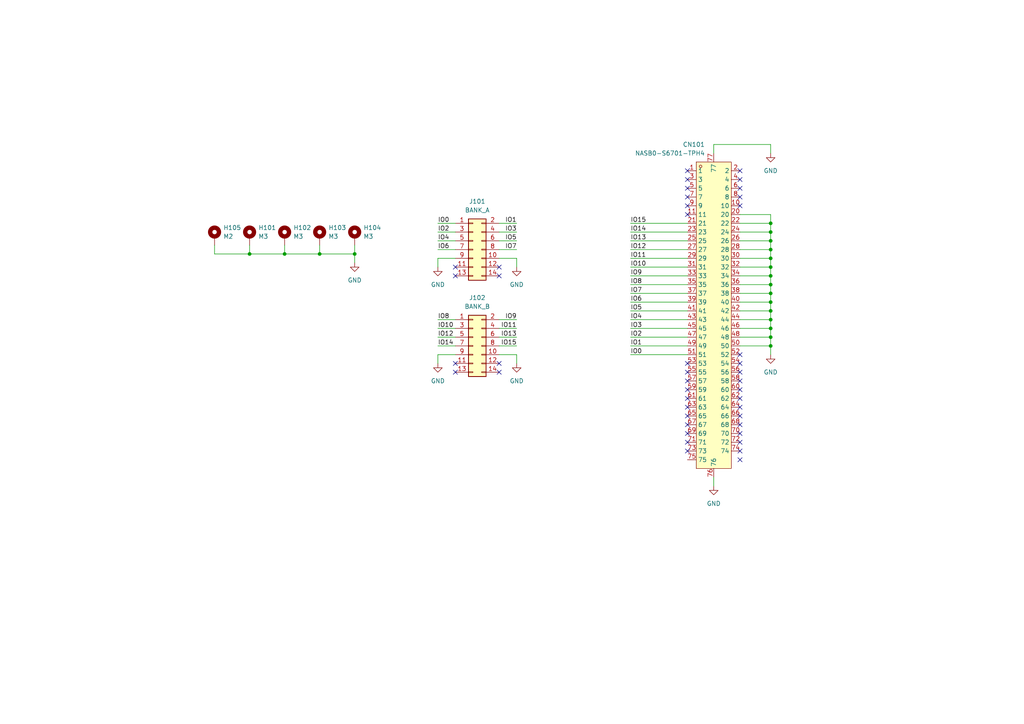
<source format=kicad_sch>
(kicad_sch (version 20230121) (generator eeschema)
  (paper "A4")
  (lib_symbols
    (symbol "Connector_Generic:Conn_02x07_Odd_Even" (pin_names (offset 1.016) hide)
      (property "Reference" "J" (at 1.27 10.16 0))
      (property "Value" "Conn_02x07_Odd_Even" (at 1.27 -10.16 0))
      (symbol "Conn_02x07_Odd_Even_1_1"
        (rectangle (start -1.27 -7.493) (end 0 -7.747) (stroke (width 0.1524)))
        (rectangle (start -1.27 -4.953) (end 0 -5.207) (stroke (width 0.1524)))
        (rectangle (start -1.27 -2.413) (end 0 -2.667) (stroke (width 0.1524)))
        (rectangle (start -1.27 0.127) (end 0 -0.127) (stroke (width 0.1524)))
        (rectangle (start -1.27 2.667) (end 0 2.413) (stroke (width 0.1524)))
        (rectangle (start -1.27 5.207) (end 0 4.953) (stroke (width 0.1524)))
        (rectangle (start -1.27 7.747) (end 0 7.493) (stroke (width 0.1524)))
        (rectangle (start -1.27 8.89) (end 3.81 -8.89) (stroke (width 0.254)) (fill (type background)))
        (rectangle (start 3.81 -7.493) (end 2.54 -7.747) (stroke (width 0.1524)))
        (rectangle (start 3.81 -4.953) (end 2.54 -5.207) (stroke (width 0.1524)))
        (rectangle (start 3.81 -2.413) (end 2.54 -2.667) (stroke (width 0.1524)))
        (rectangle (start 3.81 0.127) (end 2.54 -0.127) (stroke (width 0.1524)))
        (rectangle (start 3.81 2.667) (end 2.54 2.413) (stroke (width 0.1524)))
        (rectangle (start 3.81 5.207) (end 2.54 4.953) (stroke (width 0.1524)))
        (rectangle (start 3.81 7.747) (end 2.54 7.493) (stroke (width 0.1524)))
        (pin passive line (at -5.08 7.62 0) (length 3.81) (name "Pin_1") (number "1"))
        (pin passive line (at 7.62 -2.54 180) (length 3.81) (name "Pin_10") (number "10"))
        (pin passive line (at -5.08 -5.08 0) (length 3.81) (name "Pin_11") (number "11"))
        (pin passive line (at 7.62 -5.08 180) (length 3.81) (name "Pin_12") (number "12"))
        (pin passive line (at -5.08 -7.62 0) (length 3.81) (name "Pin_13") (number "13"))
        (pin passive line (at 7.62 -7.62 180) (length 3.81) (name "Pin_14") (number "14"))
        (pin passive line (at 7.62 7.62 180) (length 3.81) (name "Pin_2") (number "2"))
        (pin passive line (at -5.08 5.08 0) (length 3.81) (name "Pin_3") (number "3"))
        (pin passive line (at 7.62 5.08 180) (length 3.81) (name "Pin_4") (number "4"))
        (pin passive line (at -5.08 2.54 0) (length 3.81) (name "Pin_5") (number "5"))
        (pin passive line (at 7.62 2.54 180) (length 3.81) (name "Pin_6") (number "6"))
        (pin passive line (at -5.08 0 0) (length 3.81) (name "Pin_7") (number "7"))
        (pin passive line (at 7.62 0 180) (length 3.81) (name "Pin_8") (number "8"))
        (pin passive line (at -5.08 -2.54 0) (length 3.81) (name "Pin_9") (number "9"))
      )
    )
    (symbol "Mechanical:MountingHole_Pad" (pin_numbers hide) (pin_names (offset 1.016) hide)
      (property "Reference" "H" (at 0 6.35 0))
      (property "Value" "MountingHole_Pad" (at 0 4.445 0))
      (symbol "MountingHole_Pad_0_1"
        (circle (center 0 1.27) (radius 1.27) (stroke (width 1.27)))
      )
      (symbol "MountingHole_Pad_1_1"
        (pin input line (at 0 -2.54 90) (length 2.54) (name "1") (number "1"))
      )
    )
    (symbol "easyeda2kicad:NASB0-S6701-TPH4"
      (property "Reference" "CN" (at 0 53.34 0))
      (property "Value" "NASB0-S6701-TPH4" (at 0 -50.8 0))
      (symbol "NASB0-S6701-TPH4_0_1"
        (rectangle (start -5.08 45.72) (end 5.08 -43.18) (fill (type background)))
        (circle (center -3.81 44.45) (radius 0.38))
        (pin unspecified line (at -7.62 43.18 0) (length 2.54) (name "1") (number "1"))
        (pin unspecified line (at 7.62 33.02 180) (length 2.54) (name "10") (number "10"))
        (pin unspecified line (at -7.62 30.48 0) (length 2.54) (name "11") (number "11"))
        (pin unspecified line (at 7.62 43.18 180) (length 2.54) (name "2") (number "2"))
        (pin unspecified line (at 7.62 30.48 180) (length 2.54) (name "20") (number "20"))
        (pin unspecified line (at -7.62 27.94 0) (length 2.54) (name "21") (number "21"))
        (pin unspecified line (at 7.62 27.94 180) (length 2.54) (name "22") (number "22"))
        (pin unspecified line (at -7.62 25.4 0) (length 2.54) (name "23") (number "23"))
        (pin unspecified line (at 7.62 25.4 180) (length 2.54) (name "24") (number "24"))
        (pin unspecified line (at -7.62 22.86 0) (length 2.54) (name "25") (number "25"))
        (pin unspecified line (at 7.62 22.86 180) (length 2.54) (name "26") (number "26"))
        (pin unspecified line (at -7.62 20.32 0) (length 2.54) (name "27") (number "27"))
        (pin unspecified line (at 7.62 20.32 180) (length 2.54) (name "28") (number "28"))
        (pin unspecified line (at -7.62 17.78 0) (length 2.54) (name "29") (number "29"))
        (pin unspecified line (at -7.62 40.64 0) (length 2.54) (name "3") (number "3"))
        (pin unspecified line (at 7.62 17.78 180) (length 2.54) (name "30") (number "30"))
        (pin unspecified line (at -7.62 15.24 0) (length 2.54) (name "31") (number "31"))
        (pin unspecified line (at 7.62 15.24 180) (length 2.54) (name "32") (number "32"))
        (pin unspecified line (at -7.62 12.7 0) (length 2.54) (name "33") (number "33"))
        (pin unspecified line (at 7.62 12.7 180) (length 2.54) (name "34") (number "34"))
        (pin unspecified line (at -7.62 10.16 0) (length 2.54) (name "35") (number "35"))
        (pin unspecified line (at 7.62 10.16 180) (length 2.54) (name "36") (number "36"))
        (pin unspecified line (at -7.62 7.62 0) (length 2.54) (name "37") (number "37"))
        (pin unspecified line (at 7.62 7.62 180) (length 2.54) (name "38") (number "38"))
        (pin unspecified line (at -7.62 5.08 0) (length 2.54) (name "39") (number "39"))
        (pin unspecified line (at 7.62 40.64 180) (length 2.54) (name "4") (number "4"))
        (pin unspecified line (at 7.62 5.08 180) (length 2.54) (name "40") (number "40"))
        (pin unspecified line (at -7.62 2.54 0) (length 2.54) (name "41") (number "41"))
        (pin unspecified line (at 7.62 2.54 180) (length 2.54) (name "42") (number "42"))
        (pin unspecified line (at -7.62 0 0) (length 2.54) (name "43") (number "43"))
        (pin unspecified line (at 7.62 0 180) (length 2.54) (name "44") (number "44"))
        (pin unspecified line (at -7.62 -2.54 0) (length 2.54) (name "45") (number "45"))
        (pin unspecified line (at 7.62 -2.54 180) (length 2.54) (name "46") (number "46"))
        (pin unspecified line (at -7.62 -5.08 0) (length 2.54) (name "47") (number "47"))
        (pin unspecified line (at 7.62 -5.08 180) (length 2.54) (name "48") (number "48"))
        (pin unspecified line (at -7.62 -7.62 0) (length 2.54) (name "49") (number "49"))
        (pin unspecified line (at -7.62 38.1 0) (length 2.54) (name "5") (number "5"))
        (pin unspecified line (at 7.62 -7.62 180) (length 2.54) (name "50") (number "50"))
        (pin unspecified line (at -7.62 -10.16 0) (length 2.54) (name "51") (number "51"))
        (pin unspecified line (at 7.62 -10.16 180) (length 2.54) (name "52") (number "52"))
        (pin unspecified line (at -7.62 -12.7 0) (length 2.54) (name "53") (number "53"))
        (pin unspecified line (at 7.62 -12.7 180) (length 2.54) (name "54") (number "54"))
        (pin unspecified line (at -7.62 -15.24 0) (length 2.54) (name "55") (number "55"))
        (pin unspecified line (at 7.62 -15.24 180) (length 2.54) (name "56") (number "56"))
        (pin unspecified line (at -7.62 -17.78 0) (length 2.54) (name "57") (number "57"))
        (pin unspecified line (at 7.62 -17.78 180) (length 2.54) (name "58") (number "58"))
        (pin unspecified line (at -7.62 -20.32 0) (length 2.54) (name "59") (number "59"))
        (pin unspecified line (at 7.62 38.1 180) (length 2.54) (name "6") (number "6"))
        (pin unspecified line (at 7.62 -20.32 180) (length 2.54) (name "60") (number "60"))
        (pin unspecified line (at -7.62 -22.86 0) (length 2.54) (name "61") (number "61"))
        (pin unspecified line (at 7.62 -22.86 180) (length 2.54) (name "62") (number "62"))
        (pin unspecified line (at -7.62 -25.4 0) (length 2.54) (name "63") (number "63"))
        (pin unspecified line (at 7.62 -25.4 180) (length 2.54) (name "64") (number "64"))
        (pin unspecified line (at -7.62 -27.94 0) (length 2.54) (name "65") (number "65"))
        (pin unspecified line (at 7.62 -27.94 180) (length 2.54) (name "66") (number "66"))
        (pin unspecified line (at -7.62 -30.48 0) (length 2.54) (name "67") (number "67"))
        (pin unspecified line (at 7.62 -30.48 180) (length 2.54) (name "68") (number "68"))
        (pin unspecified line (at -7.62 -33.02 0) (length 2.54) (name "69") (number "69"))
        (pin unspecified line (at -7.62 35.56 0) (length 2.54) (name "7") (number "7"))
        (pin unspecified line (at 7.62 -33.02 180) (length 2.54) (name "70") (number "70"))
        (pin unspecified line (at -7.62 -35.56 0) (length 2.54) (name "71") (number "71"))
        (pin unspecified line (at 7.62 -35.56 180) (length 2.54) (name "72") (number "72"))
        (pin unspecified line (at -7.62 -38.1 0) (length 2.54) (name "73") (number "73"))
        (pin unspecified line (at 7.62 -38.1 180) (length 2.54) (name "74") (number "74"))
        (pin unspecified line (at -7.62 -40.64 0) (length 2.54) (name "75") (number "75"))
        (pin unspecified line (at 0 -45.72 90) (length 2.54) (name "76") (number "76"))
        (pin unspecified line (at 0 48.26 270) (length 2.54) (name "77") (number "77"))
        (pin unspecified line (at 7.62 35.56 180) (length 2.54) (name "8") (number "8"))
        (pin unspecified line (at -7.62 33.02 0) (length 2.54) (name "9") (number "9"))
      )
    )
    (symbol "power:GND" (power) (pin_names (offset 0))
      (property "Value" "GND" (at 0 -3.81 0))
      (symbol "GND_0_1"
        (polyline (pts (xy 0 0) (xy 0 -1.27) (xy 1.27 -1.27) (xy 0 -2.54) (xy -1.27 -1.27) (xy 0 -1.27)))
      )
      (symbol "GND_1_1"
        (pin power_in line (at 0 0 270) (length 0) hide (name "GND") (number "1"))
      )
    )
  )
  (junction (at 223.52 64.77))
  (junction (at 223.52 90.17))
  (junction (at 102.87 73.66))
  (junction (at 92.71 73.66))
  (junction (at 223.52 67.31))
  (junction (at 223.52 74.93))
  (junction (at 223.52 85.09))
  (junction (at 82.55 73.66))
  (junction (at 223.52 87.63))
  (junction (at 223.52 77.47))
  (junction (at 223.52 82.55))
  (junction (at 223.52 100.33))
  (junction (at 223.52 92.71))
  (junction (at 223.52 95.25))
  (junction (at 223.52 72.39))
  (junction (at 223.52 80.01))
  (junction (at 223.52 69.85))
  (junction (at 72.39 73.66))
  (junction (at 223.52 97.79))
  (no_connect (at 214.63 52.07))
  (no_connect (at 214.63 120.65))
  (no_connect (at 199.39 113.03))
  (no_connect (at 199.39 118.11))
  (no_connect (at 214.63 54.61))
  (no_connect (at 132.08 105.41))
  (no_connect (at 214.63 59.69))
  (no_connect (at 214.63 57.15))
  (no_connect (at 214.63 102.87))
  (no_connect (at 214.63 125.73))
  (no_connect (at 214.63 105.41))
  (no_connect (at 214.63 107.95))
  (no_connect (at 199.39 123.19))
  (no_connect (at 214.63 115.57))
  (no_connect (at 199.39 115.57))
  (no_connect (at 199.39 52.07))
  (no_connect (at 144.78 77.47))
  (no_connect (at 214.63 118.11))
  (no_connect (at 132.08 80.01))
  (no_connect (at 144.78 107.95))
  (no_connect (at 199.39 130.81))
  (no_connect (at 199.39 59.69))
  (no_connect (at 132.08 107.95))
  (no_connect (at 144.78 105.41))
  (no_connect (at 132.08 77.47))
  (no_connect (at 199.39 120.65))
  (no_connect (at 199.39 105.41))
  (no_connect (at 199.39 125.73))
  (no_connect (at 144.78 80.01))
  (no_connect (at 199.39 107.95))
  (no_connect (at 214.63 110.49))
  (no_connect (at 199.39 110.49))
  (no_connect (at 199.39 128.27))
  (no_connect (at 214.63 49.53))
  (no_connect (at 214.63 133.35))
  (no_connect (at 214.63 123.19))
  (no_connect (at 214.63 130.81))
  (no_connect (at 214.63 113.03))
  (no_connect (at 199.39 49.53))
  (no_connect (at 199.39 62.23))
  (no_connect (at 214.63 128.27))
  (no_connect (at 199.39 57.15))
  (no_connect (at 199.39 54.61))
  (wire (pts (xy 223.52 90.17) (xy 223.52 92.71)))
  (wire (pts (xy 214.63 67.31) (xy 223.52 67.31)))
  (wire (pts (xy 214.63 97.79) (xy 223.52 97.79)))
  (wire (pts (xy 149.86 102.87) (xy 149.86 105.41)))
  (wire (pts (xy 223.52 87.63) (xy 223.52 90.17)))
  (wire (pts (xy 182.88 67.31) (xy 199.39 67.31)))
  (wire (pts (xy 92.71 73.66) (xy 102.87 73.66)))
  (wire (pts (xy 182.88 90.17) (xy 199.39 90.17)))
  (wire (pts (xy 223.52 97.79) (xy 223.52 100.33)))
  (wire (pts (xy 182.88 69.85) (xy 199.39 69.85)))
  (wire (pts (xy 62.23 71.12) (xy 62.23 73.66)))
  (wire (pts (xy 182.88 74.93) (xy 199.39 74.93)))
  (wire (pts (xy 182.88 87.63) (xy 199.39 87.63)))
  (wire (pts (xy 207.01 44.45) (xy 207.01 41.91)))
  (wire (pts (xy 214.63 92.71) (xy 223.52 92.71)))
  (wire (pts (xy 214.63 77.47) (xy 223.52 77.47)))
  (wire (pts (xy 102.87 71.12) (xy 102.87 73.66)))
  (wire (pts (xy 214.63 80.01) (xy 223.52 80.01)))
  (wire (pts (xy 127 74.93) (xy 127 77.47)))
  (wire (pts (xy 214.63 72.39) (xy 223.52 72.39)))
  (wire (pts (xy 127 69.85) (xy 132.08 69.85)))
  (wire (pts (xy 223.52 92.71) (xy 223.52 95.25)))
  (wire (pts (xy 182.88 85.09) (xy 199.39 85.09)))
  (wire (pts (xy 182.88 95.25) (xy 199.39 95.25)))
  (wire (pts (xy 132.08 102.87) (xy 127 102.87)))
  (wire (pts (xy 144.78 97.79) (xy 149.86 97.79)))
  (wire (pts (xy 132.08 74.93) (xy 127 74.93)))
  (wire (pts (xy 207.01 138.43) (xy 207.01 140.97)))
  (wire (pts (xy 72.39 73.66) (xy 82.55 73.66)))
  (wire (pts (xy 144.78 74.93) (xy 149.86 74.93)))
  (wire (pts (xy 144.78 64.77) (xy 149.86 64.77)))
  (wire (pts (xy 127 102.87) (xy 127 105.41)))
  (wire (pts (xy 223.52 69.85) (xy 223.52 72.39)))
  (wire (pts (xy 127 95.25) (xy 132.08 95.25)))
  (wire (pts (xy 182.88 64.77) (xy 199.39 64.77)))
  (wire (pts (xy 182.88 80.01) (xy 199.39 80.01)))
  (wire (pts (xy 207.01 41.91) (xy 223.52 41.91)))
  (wire (pts (xy 149.86 74.93) (xy 149.86 77.47)))
  (wire (pts (xy 214.63 85.09) (xy 223.52 85.09)))
  (wire (pts (xy 182.88 77.47) (xy 199.39 77.47)))
  (wire (pts (xy 214.63 82.55) (xy 223.52 82.55)))
  (wire (pts (xy 182.88 82.55) (xy 199.39 82.55)))
  (wire (pts (xy 214.63 62.23) (xy 223.52 62.23)))
  (wire (pts (xy 92.71 71.12) (xy 92.71 73.66)))
  (wire (pts (xy 214.63 74.93) (xy 223.52 74.93)))
  (wire (pts (xy 223.52 85.09) (xy 223.52 87.63)))
  (wire (pts (xy 182.88 102.87) (xy 199.39 102.87)))
  (wire (pts (xy 214.63 69.85) (xy 223.52 69.85)))
  (wire (pts (xy 82.55 73.66) (xy 92.71 73.66)))
  (wire (pts (xy 144.78 92.71) (xy 149.86 92.71)))
  (wire (pts (xy 223.52 74.93) (xy 223.52 77.47)))
  (wire (pts (xy 144.78 95.25) (xy 149.86 95.25)))
  (wire (pts (xy 223.52 72.39) (xy 223.52 74.93)))
  (wire (pts (xy 182.88 100.33) (xy 199.39 100.33)))
  (wire (pts (xy 223.52 62.23) (xy 223.52 64.77)))
  (wire (pts (xy 127 97.79) (xy 132.08 97.79)))
  (wire (pts (xy 223.52 77.47) (xy 223.52 80.01)))
  (wire (pts (xy 214.63 87.63) (xy 223.52 87.63)))
  (wire (pts (xy 223.52 95.25) (xy 223.52 97.79)))
  (wire (pts (xy 144.78 102.87) (xy 149.86 102.87)))
  (wire (pts (xy 62.23 73.66) (xy 72.39 73.66)))
  (wire (pts (xy 127 100.33) (xy 132.08 100.33)))
  (wire (pts (xy 144.78 100.33) (xy 149.86 100.33)))
  (wire (pts (xy 223.52 64.77) (xy 223.52 67.31)))
  (wire (pts (xy 182.88 92.71) (xy 199.39 92.71)))
  (wire (pts (xy 182.88 72.39) (xy 199.39 72.39)))
  (wire (pts (xy 223.52 80.01) (xy 223.52 82.55)))
  (wire (pts (xy 214.63 64.77) (xy 223.52 64.77)))
  (wire (pts (xy 223.52 82.55) (xy 223.52 85.09)))
  (wire (pts (xy 182.88 97.79) (xy 199.39 97.79)))
  (wire (pts (xy 127 64.77) (xy 132.08 64.77)))
  (wire (pts (xy 144.78 72.39) (xy 149.86 72.39)))
  (wire (pts (xy 214.63 90.17) (xy 223.52 90.17)))
  (wire (pts (xy 144.78 69.85) (xy 149.86 69.85)))
  (wire (pts (xy 144.78 67.31) (xy 149.86 67.31)))
  (wire (pts (xy 127 92.71) (xy 132.08 92.71)))
  (wire (pts (xy 223.52 67.31) (xy 223.52 69.85)))
  (wire (pts (xy 102.87 73.66) (xy 102.87 76.2)))
  (wire (pts (xy 127 72.39) (xy 132.08 72.39)))
  (wire (pts (xy 214.63 95.25) (xy 223.52 95.25)))
  (wire (pts (xy 214.63 100.33) (xy 223.52 100.33)))
  (wire (pts (xy 82.55 71.12) (xy 82.55 73.66)))
  (wire (pts (xy 223.52 100.33) (xy 223.52 102.87)))
  (wire (pts (xy 72.39 71.12) (xy 72.39 73.66)))
  (wire (pts (xy 223.52 41.91) (xy 223.52 44.45)))
  (wire (pts (xy 127 67.31) (xy 132.08 67.31)))
  (label "IO13" (at 149.86 97.79 180))
  (label "IO10" (at 182.88 77.47 0))
  (label "IO10" (at 127 95.25 0))
  (label "IO14" (at 182.88 67.31 0))
  (label "IO11" (at 149.86 95.25 180))
  (label "IO1" (at 182.88 100.33 0))
  (label "IO13" (at 182.88 69.85 0))
  (label "IO3" (at 182.88 95.25 0))
  (label "IO11" (at 182.88 74.93 0))
  (label "IO7" (at 182.88 85.09 0))
  (label "IO5" (at 149.86 69.85 180))
  (label "IO3" (at 149.86 67.31 180))
  (label "IO7" (at 149.86 72.39 180))
  (label "IO6" (at 182.88 87.63 0))
  (label "IO0" (at 127 64.77 0))
  (label "IO4" (at 127 69.85 0))
  (label "IO9" (at 182.88 80.01 0))
  (label "IO15" (at 182.88 64.77 0))
  (label "IO2" (at 127 67.31 0))
  (label "IO1" (at 149.86 64.77 180))
  (label "IO14" (at 127 100.33 0))
  (label "IO15" (at 149.86 100.33 180))
  (label "IO12" (at 182.88 72.39 0))
  (label "IO12" (at 127 97.79 0))
  (label "IO9" (at 149.86 92.71 180))
  (label "IO0" (at 182.88 102.87 0))
  (label "IO2" (at 182.88 97.79 0))
  (label "IO8" (at 182.88 82.55 0))
  (label "IO8" (at 127 92.71 0))
  (label "IO5" (at 182.88 90.17 0))
  (label "IO4" (at 182.88 92.71 0))
  (label "IO6" (at 127 72.39 0))
  (symbol (lib_id "power:GND") (at 223.52 44.45 0) (unit 1)
    (property "Reference" "#PWR0108" (effects hide))
    (property "Value" "GND" (at 223.52 49.53 0))
  )
  (symbol (lib_id "power:GND") (at 102.87 76.2 0) (unit 1)
    (property "Reference" "#PWR0106" (effects hide))
    (property "Value" "GND" (at 102.87 81.28 0))
  )
  (symbol (lib_id "power:GND") (at 223.52 102.87 0) (unit 1)
    (property "Reference" "#PWR0101" (effects hide))
    (property "Value" "GND" (at 223.52 107.95 0))
  )
  (symbol (lib_id "Connector_Generic:Conn_02x07_Odd_Even") (at 137.16 100.33 0) (unit 1)
    (property "Reference" "J102" (at 138.43 86.36 0))
    (property "Value" "BANK_B" (at 138.43 88.9 0))
    (property "Footprint" "easyeda2kicad:HDR-SMD_14P-P1.27-V-M-R2-C7-LS5.3" (effects hide))
  )
  (symbol (lib_id "Connector_Generic:Conn_02x07_Odd_Even") (at 137.16 72.39 0) (unit 1)
    (property "Reference" "J101" (at 138.43 58.42 0))
    (property "Value" "BANK_A" (at 138.43 60.96 0))
    (property "Footprint" "easyeda2kicad:HDR-SMD_14P-P1.27-V-M-R2-C7-LS5.3" (effects hide))
  )
  (symbol (lib_id "easyeda2kicad:NASB0-S6701-TPH4") (at 207.01 92.71 0) (unit 1)
    (property "Reference" "CN101" (at 204.47 41.91 0) (effects (justify right)))
    (property "Value" "NASB0-S6701-TPH4" (at 204.47 44.45 0) (effects (justify right)))
    (property "Footprint" "easyeda2kicad:CONN-SMD_NXSB0-S67XX-XXH4" (effects hide))
    (property "Datasheet" "https://lcsc.com/product-detail/Card-Edge-Connectors_Argosy-Research-Inc-NASB0-S6701-TPH4_C367030.html" (effects hide))
    (property "LCSC Part" "C367030" (effects hide))
  )
  (symbol (lib_id "power:GND") (at 127 105.41 0) (unit 1)
    (property "Reference" "#PWR0104" (effects hide))
    (property "Value" "GND" (at 127 110.49 0))
  )
  (symbol (lib_id "power:GND") (at 207.01 140.97 0) (unit 1)
    (property "Reference" "#PWR0107" (effects hide))
    (property "Value" "GND" (at 207.01 146.05 0))
  )
  (symbol (lib_id "Mechanical:MountingHole_Pad") (at 62.23 68.58 0) (unit 1)
    (property "Reference" "H105" (at 64.77 66.04 0) (effects (justify left)))
    (property "Value" "M2" (at 64.77 68.58 0) (effects (justify left)))
    (property "Footprint" "MountingHole:MountingHole_2.2mm_M2_DIN965_Pad" (effects hide))
  )
  (symbol (lib_id "Mechanical:MountingHole_Pad") (at 102.87 68.58 0) (unit 1)
    (property "Reference" "H104" (at 105.41 66.04 0) (effects (justify left)))
    (property "Value" "M3" (at 105.41 68.58 0) (effects (justify left)))
    (property "Footprint" "MountingHole:MountingHole_3mm_Pad" (effects hide))
  )
  (symbol (lib_id "power:GND") (at 127 77.47 0) (unit 1)
    (property "Reference" "#PWR0103" (effects hide))
    (property "Value" "GND" (at 127 82.55 0))
  )
  (symbol (lib_id "Mechanical:MountingHole_Pad") (at 82.55 68.58 0) (unit 1)
    (property "Reference" "H102" (at 85.09 66.04 0) (effects (justify left)))
    (property "Value" "M3" (at 85.09 68.58 0) (effects (justify left)))
    (property "Footprint" "MountingHole:MountingHole_3mm_Pad" (effects hide))
  )
  (symbol (lib_id "power:GND") (at 149.86 77.47 0) (unit 1)
    (property "Reference" "#PWR0102" (effects hide))
    (property "Value" "GND" (at 149.86 82.55 0))
  )
  (symbol (lib_id "Mechanical:MountingHole_Pad") (at 72.39 68.58 0) (unit 1)
    (property "Reference" "H101" (at 74.93 66.04 0) (effects (justify left)))
    (property "Value" "M3" (at 74.93 68.58 0) (effects (justify left)))
    (property "Footprint" "MountingHole:MountingHole_3mm_Pad" (effects hide))
  )
  (symbol (lib_id "power:GND") (at 149.86 105.41 0) (unit 1)
    (property "Reference" "#PWR0105" (effects hide))
    (property "Value" "GND" (at 149.86 110.49 0))
  )
  (symbol (lib_id "Mechanical:MountingHole_Pad") (at 92.71 68.58 0) (unit 1)
    (property "Reference" "H103" (at 95.25 66.04 0) (effects (justify left)))
    (property "Value" "M3" (at 95.25 68.58 0) (effects (justify left)))
    (property "Footprint" "MountingHole:MountingHole_3mm_Pad" (effects hide))
  )
)
</source>
